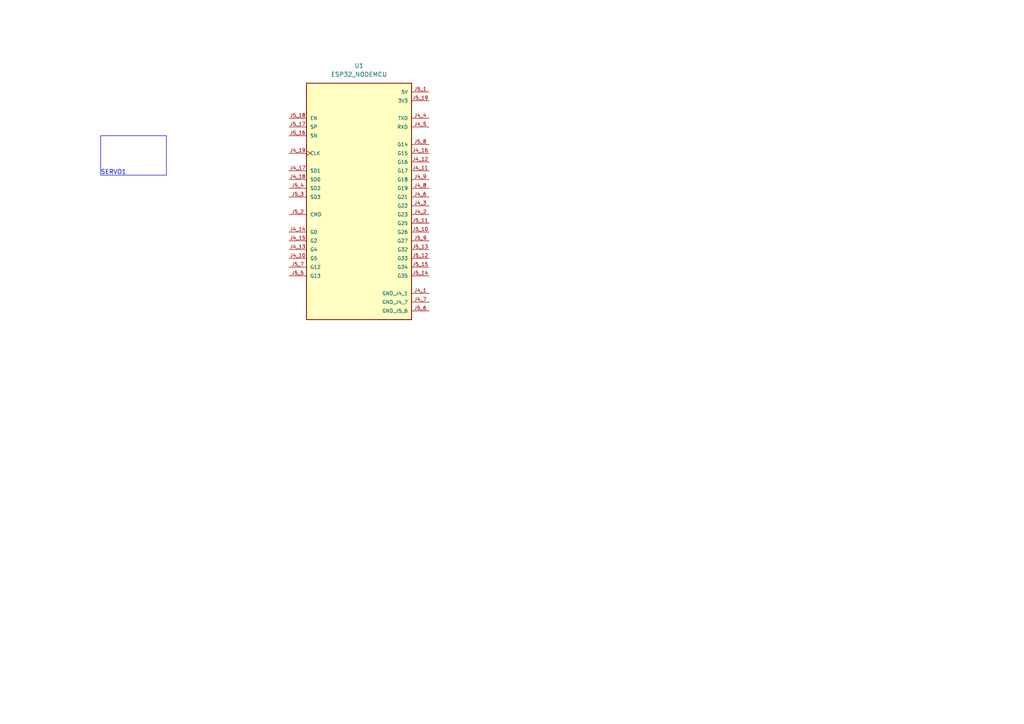
<source format=kicad_sch>
(kicad_sch (version 20230121) (generator eeschema)
  (paper "A4")
  (lib_symbols
    (symbol "ESP32_NODEMCU:ESP32_NODEMCU" (pin_names (offset 1.016))
      (property "Reference" "U" (at -15.24 36.322 0))
      (property "Value" "ESP32_NODEMCU" (at -15.24 -35.56 0))
      (symbol "ESP32_NODEMCU_0_0"
        (rectangle (start -15.24 -33.02) (end 15.24 35.56) (stroke (width 0.254)) (fill (type background)))
        (pin power_in line (at 20.32 -25.4 180) (length 5.08) (name "GND_J4_1") (number "J4_1"))
        (pin bidirectional line (at -20.32 -15.24 0) (length 5.08) (name "G5") (number "J4_10"))
        (pin bidirectional line (at 20.32 10.16 180) (length 5.08) (name "G17") (number "J4_11"))
        (pin bidirectional line (at 20.32 12.7 180) (length 5.08) (name "G16") (number "J4_12"))
        (pin bidirectional line (at -20.32 -12.7 0) (length 5.08) (name "G4") (number "J4_13"))
        (pin bidirectional line (at -20.32 -7.62 0) (length 5.08) (name "G0") (number "J4_14"))
        (pin bidirectional line (at -20.32 -10.16 0) (length 5.08) (name "G2") (number "J4_15"))
        (pin bidirectional line (at 20.32 15.24 180) (length 5.08) (name "G15") (number "J4_16"))
        (pin bidirectional line (at -20.32 10.16 0) (length 5.08) (name "SD1") (number "J4_17"))
        (pin bidirectional line (at -20.32 7.62 0) (length 5.08) (name "SD0") (number "J4_18"))
        (pin input clock (at -20.32 15.24 0) (length 5.08) (name "CLK") (number "J4_19"))
        (pin bidirectional line (at 20.32 -2.54 180) (length 5.08) (name "G23") (number "J4_2"))
        (pin bidirectional line (at 20.32 0 180) (length 5.08) (name "G22") (number "J4_3"))
        (pin output line (at 20.32 25.4 180) (length 5.08) (name "TXD") (number "J4_4"))
        (pin input line (at 20.32 22.86 180) (length 5.08) (name "RXD") (number "J4_5"))
        (pin bidirectional line (at 20.32 2.54 180) (length 5.08) (name "G21") (number "J4_6"))
        (pin power_in line (at 20.32 -27.94 180) (length 5.08) (name "GND_J4_7") (number "J4_7"))
        (pin bidirectional line (at 20.32 5.08 180) (length 5.08) (name "G19") (number "J4_8"))
        (pin bidirectional line (at 20.32 7.62 180) (length 5.08) (name "G18") (number "J4_9"))
        (pin power_in line (at 20.32 33.02 180) (length 5.08) (name "5V") (number "J5_1"))
        (pin bidirectional line (at 20.32 -7.62 180) (length 5.08) (name "G26") (number "J5_10"))
        (pin bidirectional line (at 20.32 -5.08 180) (length 5.08) (name "G25") (number "J5_11"))
        (pin bidirectional line (at 20.32 -15.24 180) (length 5.08) (name "G33") (number "J5_12"))
        (pin bidirectional line (at 20.32 -12.7 180) (length 5.08) (name "G32") (number "J5_13"))
        (pin bidirectional line (at 20.32 -20.32 180) (length 5.08) (name "G35") (number "J5_14"))
        (pin bidirectional line (at 20.32 -17.78 180) (length 5.08) (name "G34") (number "J5_15"))
        (pin input line (at -20.32 20.32 0) (length 5.08) (name "SN") (number "J5_16"))
        (pin input line (at -20.32 22.86 0) (length 5.08) (name "SP") (number "J5_17"))
        (pin input line (at -20.32 25.4 0) (length 5.08) (name "EN") (number "J5_18"))
        (pin power_in line (at 20.32 30.48 180) (length 5.08) (name "3V3") (number "J5_19"))
        (pin bidirectional line (at -20.32 -2.54 0) (length 5.08) (name "CMD") (number "J5_2"))
        (pin bidirectional line (at -20.32 2.54 0) (length 5.08) (name "SD3") (number "J5_3"))
        (pin bidirectional line (at -20.32 5.08 0) (length 5.08) (name "SD2") (number "J5_4"))
        (pin bidirectional line (at -20.32 -20.32 0) (length 5.08) (name "G13") (number "J5_5"))
        (pin power_in line (at 20.32 -30.48 180) (length 5.08) (name "GND_J5_6") (number "J5_6"))
        (pin bidirectional line (at -20.32 -17.78 0) (length 5.08) (name "G12") (number "J5_7"))
        (pin bidirectional line (at 20.32 17.78 180) (length 5.08) (name "G14") (number "J5_8"))
        (pin bidirectional line (at 20.32 -10.16 180) (length 5.08) (name "G27") (number "J5_9"))
      )
    )
  )
  (rectangle (start 29.21 39.37) (end 48.26 50.8))
  (text "SERVO1\n" (at 29.21 50.8 0) (effects (font (size 1.27 1.27)) (justify left bottom)))
  (symbol (lib_id "ESP32_NODEMCU:ESP32_NODEMCU") (at 104.14 59.69 0) (unit 1)
    (property "Reference" "U1" (at 104.14 19.05 0))
    (property "Value" "ESP32_NODEMCU" (at 104.14 21.59 0))
    (property "Footprint" "ESP32_NODEMCU:MODULE_ESP32_NODEMCU" (effects hide))
    (property "MF" "Espressif Systems" (effects hide))
    (property "MAXIMUM_PACKAGE_HEIGHT" "6.6 mm" (effects hide))
    (property "Package" "Package" (effects hide))
    (property "Price" "None" (effects hide))
    (property "Check_prices" "https://www.snapeda.com/parts/ESP32%20NodeMCU/Espressif+Systems/view-part/?ref=eda" (effects hide))
    (property "STANDARD" "Manufacturer Recommendations" (effects hide))
    (property "SnapEDA_Link" "https://www.snapeda.com/parts/ESP32%20NodeMCU/Espressif+Systems/view-part/?ref=snap" (effects hide))
    (property "MP" "ESP32 NodeMCU" (effects hide))
    (property "Description" "\nNodeMCU is an open source loT platform. ESP32 is a series of low cost, low power\nsystem-on-chip (SoC) microcontrollers with integrated Wi-Fi & dual-mode Bluetooth.\n" (effects hide))
    (property "Availability" "Not in stock" (effects hide))
    (property "MANUFACTURER" "Espressif" (effects hide))
  )
)
</source>
